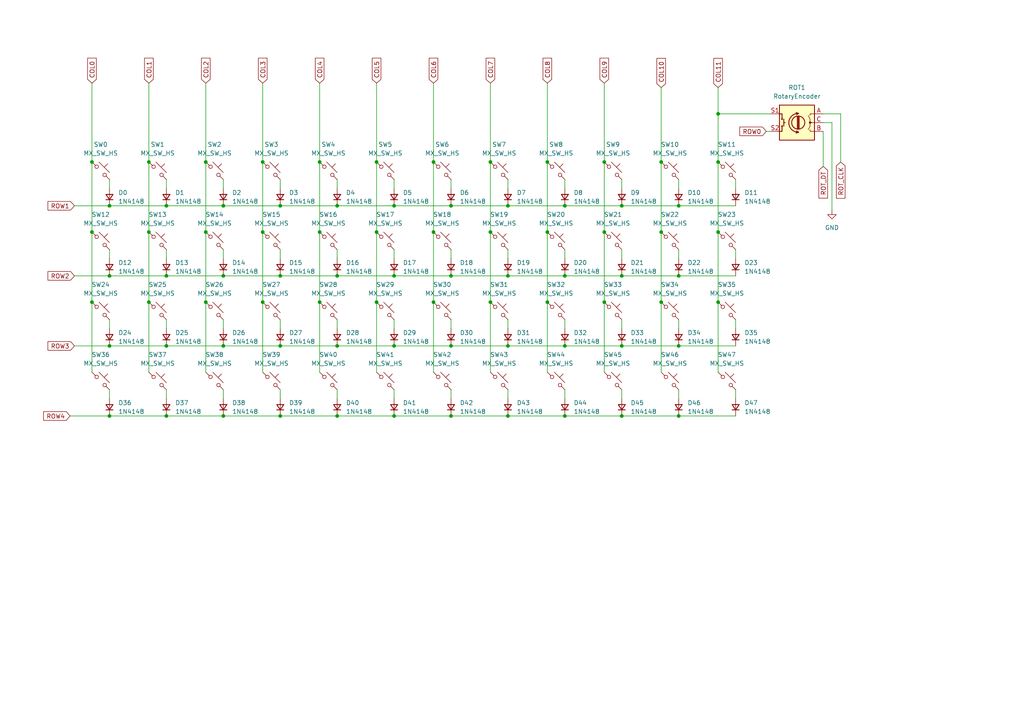
<source format=kicad_sch>
(kicad_sch (version 20211123) (generator eeschema)
  (paper "A4")
  (lib_symbols
    (symbol "Device:D_Small" (pin_numbers hide) (pin_names (offset 0.254) hide)
      (property "Reference" "D" (at -1.27 2.032 0))
      (property "Value" "D_Small" (at -3.81 -2.032 0))
      (symbol "D_Small_0_1"
        (polyline (pts (xy -0.762 -1.016) (xy -0.762 1.016)) (stroke (width 0.254)))
        (polyline (pts (xy -0.762 0) (xy 0.762 0)))
        (polyline (pts (xy 0.762 -1.016) (xy -0.762 0) (xy 0.762 1.016) (xy 0.762 -1.016)) (stroke (width 0.254)))
      )
      (symbol "D_Small_1_1"
        (pin passive line (at -2.54 0 0) (length 1.778) (name "K") (number "1"))
        (pin passive line (at 2.54 0 180) (length 1.778) (name "A") (number "2"))
      )
    )
    (symbol "Device:RotaryEncoder_Switch" (pin_names (offset 0.254) hide)
      (property "Reference" "SW" (at 0 6.604 0))
      (property "Value" "RotaryEncoder_Switch" (at 0 -6.604 0))
      (symbol "RotaryEncoder_Switch_0_1"
        (rectangle (start -5.08 5.08) (end 5.08 -5.08) (stroke (width 0.254)) (fill (type background)))
        (circle (center -3.81 0) (radius 0.254) (fill (type outline)))
        (arc (start -0.381 -2.794) (mid 2.3622 -0.0508) (end -0.381 2.667) (stroke (width 0.254)))
        (circle (center -0.381 0) (radius 1.905) (stroke (width 0.254)))
        (polyline (pts (xy -0.635 -1.778) (xy -0.635 1.778)) (stroke (width 0.254)))
        (polyline (pts (xy -0.381 -1.778) (xy -0.381 1.778)) (stroke (width 0.254)))
        (polyline (pts (xy -0.127 1.778) (xy -0.127 -1.778)) (stroke (width 0.254)))
        (polyline (pts (xy 3.81 0) (xy 3.429 0)) (stroke (width 0.254)))
        (polyline (pts (xy 3.81 1.016) (xy 3.81 -1.016)) (stroke (width 0.254)))
        (polyline (pts (xy -5.08 -2.54) (xy -3.81 -2.54) (xy -3.81 -2.032)))
        (polyline (pts (xy -5.08 2.54) (xy -3.81 2.54) (xy -3.81 2.032)))
        (polyline (pts (xy 0.254 -3.048) (xy -0.508 -2.794) (xy 0.127 -2.413)) (stroke (width 0.254)))
        (polyline (pts (xy 0.254 2.921) (xy -0.508 2.667) (xy 0.127 2.286)) (stroke (width 0.254)))
        (polyline (pts (xy 5.08 -2.54) (xy 4.318 -2.54) (xy 4.318 -1.016)) (stroke (width 0.254)))
        (polyline (pts (xy 5.08 2.54) (xy 4.318 2.54) (xy 4.318 1.016)) (stroke (width 0.254)))
        (polyline (pts (xy -5.08 0) (xy -3.81 0) (xy -3.81 -1.016) (xy -3.302 -2.032)))
        (polyline (pts (xy -4.318 0) (xy -3.81 0) (xy -3.81 1.016) (xy -3.302 2.032)))
        (circle (center 4.318 -1.016) (radius 0.127) (stroke (width 0.254)))
        (circle (center 4.318 1.016) (radius 0.127) (stroke (width 0.254)))
      )
      (symbol "RotaryEncoder_Switch_1_1"
        (pin passive line (at -7.62 2.54 0) (length 2.54) (name "A") (number "A"))
        (pin passive line (at -7.62 -2.54 0) (length 2.54) (name "B") (number "B"))
        (pin passive line (at -7.62 0 0) (length 2.54) (name "C") (number "C"))
        (pin passive line (at 7.62 2.54 180) (length 2.54) (name "S1") (number "S1"))
        (pin passive line (at 7.62 -2.54 180) (length 2.54) (name "S2") (number "S2"))
      )
    )
    (symbol "marbastlib-mx:MX_SW_HS" (pin_numbers hide) (pin_names (offset 1.016) hide)
      (property "Reference" "SW" (at 3.048 1.016 0))
      (property "Value" "MX_SW_HS" (at 0 -3.81 0))
      (symbol "MX_SW_HS_0_1"
        (circle (center -1.1684 1.1684) (radius 0.508))
        (polyline (pts (xy -0.508 2.54) (xy 2.54 -0.508)))
        (polyline (pts (xy 1.016 1.016) (xy 2.032 2.032)))
        (polyline (pts (xy -2.54 2.54) (xy -1.524 1.524) (xy -1.524 1.524)))
        (polyline (pts (xy 1.524 -1.524) (xy 2.54 -2.54) (xy 2.54 -2.54) (xy 2.54 -2.54)))
        (circle (center 1.143 -1.1938) (radius 0.508))
        (pin passive line (at -2.54 2.54 0) (length 0) (name "1") (number "1"))
        (pin passive line (at 2.54 -2.54 180) (length 0) (name "2") (number "2"))
      )
    )
    (symbol "power:GND" (power) (pin_names (offset 0))
      (property "Value" "GND" (at 0 -3.81 0))
      (symbol "GND_0_1"
        (polyline (pts (xy 0 0) (xy 0 -1.27) (xy 1.27 -1.27) (xy 0 -2.54) (xy -1.27 -1.27) (xy 0 -1.27)))
      )
      (symbol "GND_1_1"
        (pin power_in line (at 0 0 270) (length 0) hide (name "GND") (number "1"))
      )
    )
  )
  (junction (at 31.75 59.69))
  (junction (at 81.28 59.69))
  (junction (at 26.67 67.31))
  (junction (at 64.77 120.65))
  (junction (at 191.77 67.31))
  (junction (at 43.18 46.99))
  (junction (at 81.28 80.01))
  (junction (at 142.24 67.31))
  (junction (at 59.69 46.99))
  (junction (at 147.32 120.65))
  (junction (at 48.26 59.69))
  (junction (at 109.22 87.63))
  (junction (at 163.83 80.01))
  (junction (at 114.3 100.33))
  (junction (at 208.28 33.02))
  (junction (at 26.67 46.99))
  (junction (at 64.77 80.01))
  (junction (at 175.26 46.99))
  (junction (at 43.18 67.31))
  (junction (at 196.85 59.69))
  (junction (at 208.28 87.63))
  (junction (at 208.28 46.99))
  (junction (at 130.81 100.33))
  (junction (at 76.2 46.99))
  (junction (at 59.69 67.31))
  (junction (at 81.28 120.65))
  (junction (at 97.79 120.65))
  (junction (at 114.3 120.65))
  (junction (at 48.26 100.33))
  (junction (at 125.73 87.63))
  (junction (at 43.18 87.63))
  (junction (at 180.34 100.33))
  (junction (at 147.32 59.69))
  (junction (at 125.73 67.31))
  (junction (at 180.34 59.69))
  (junction (at 97.79 80.01))
  (junction (at 81.28 100.33))
  (junction (at 191.77 87.63))
  (junction (at 147.32 80.01))
  (junction (at 26.67 87.63))
  (junction (at 31.75 100.33))
  (junction (at 191.77 46.99))
  (junction (at 92.71 67.31))
  (junction (at 125.73 46.99))
  (junction (at 48.26 80.01))
  (junction (at 76.2 67.31))
  (junction (at 130.81 59.69))
  (junction (at 31.75 120.65))
  (junction (at 163.83 59.69))
  (junction (at 196.85 80.01))
  (junction (at 158.75 46.99))
  (junction (at 92.71 87.63))
  (junction (at 158.75 87.63))
  (junction (at 180.34 120.65))
  (junction (at 59.69 87.63))
  (junction (at 31.75 80.01))
  (junction (at 97.79 59.69))
  (junction (at 109.22 67.31))
  (junction (at 114.3 80.01))
  (junction (at 92.71 46.99))
  (junction (at 158.75 67.31))
  (junction (at 196.85 100.33))
  (junction (at 147.32 100.33))
  (junction (at 163.83 100.33))
  (junction (at 175.26 67.31))
  (junction (at 180.34 80.01))
  (junction (at 175.26 87.63))
  (junction (at 48.26 120.65))
  (junction (at 97.79 100.33))
  (junction (at 114.3 59.69))
  (junction (at 64.77 59.69))
  (junction (at 109.22 46.99))
  (junction (at 130.81 120.65))
  (junction (at 196.85 120.65))
  (junction (at 76.2 87.63))
  (junction (at 130.81 80.01))
  (junction (at 163.83 120.65))
  (junction (at 208.28 67.31))
  (junction (at 142.24 87.63))
  (junction (at 142.24 46.99))
  (junction (at 64.77 100.33))
  (wire (pts (xy 59.69 46.99) (xy 59.69 67.31)))
  (wire (pts (xy 81.28 92.71) (xy 81.28 95.25)))
  (wire (pts (xy 208.28 33.02) (xy 208.28 46.99)))
  (wire (pts (xy 59.69 24.13) (xy 59.69 46.99)))
  (wire (pts (xy 238.76 38.1) (xy 238.76 48.26)))
  (wire (pts (xy 175.26 87.63) (xy 175.26 107.95)))
  (wire (pts (xy 158.75 46.99) (xy 158.75 67.31)))
  (wire (pts (xy 114.3 80.01) (xy 130.81 80.01)))
  (wire (pts (xy 64.77 92.71) (xy 64.77 95.25)))
  (wire (pts (xy 147.32 72.39) (xy 147.32 74.93)))
  (wire (pts (xy 114.3 113.03) (xy 114.3 115.57)))
  (wire (pts (xy 142.24 87.63) (xy 142.24 107.95)))
  (wire (pts (xy 208.28 25.4) (xy 208.28 33.02)))
  (wire (pts (xy 64.77 72.39) (xy 64.77 74.93)))
  (wire (pts (xy 97.79 80.01) (xy 114.3 80.01)))
  (wire (pts (xy 147.32 120.65) (xy 163.83 120.65)))
  (wire (pts (xy 241.3 60.96) (xy 241.3 35.56)))
  (wire (pts (xy 21.59 100.33) (xy 31.75 100.33)))
  (wire (pts (xy 114.3 52.07) (xy 114.3 54.61)))
  (wire (pts (xy 59.69 67.31) (xy 59.69 87.63)))
  (wire (pts (xy 20.32 120.65) (xy 31.75 120.65)))
  (wire (pts (xy 59.69 87.63) (xy 59.69 107.95)))
  (wire (pts (xy 163.83 120.65) (xy 180.34 120.65)))
  (wire (pts (xy 142.24 67.31) (xy 142.24 87.63)))
  (wire (pts (xy 158.75 67.31) (xy 158.75 87.63)))
  (wire (pts (xy 26.67 87.63) (xy 26.67 107.95)))
  (wire (pts (xy 196.85 59.69) (xy 213.36 59.69)))
  (wire (pts (xy 48.26 72.39) (xy 48.26 74.93)))
  (wire (pts (xy 163.83 80.01) (xy 180.34 80.01)))
  (wire (pts (xy 213.36 52.07) (xy 213.36 54.61)))
  (wire (pts (xy 125.73 67.31) (xy 125.73 87.63)))
  (wire (pts (xy 92.71 24.13) (xy 92.71 46.99)))
  (wire (pts (xy 147.32 80.01) (xy 163.83 80.01)))
  (wire (pts (xy 147.32 100.33) (xy 163.83 100.33)))
  (wire (pts (xy 97.79 92.71) (xy 97.79 95.25)))
  (wire (pts (xy 180.34 92.71) (xy 180.34 95.25)))
  (wire (pts (xy 31.75 113.03) (xy 31.75 115.57)))
  (wire (pts (xy 114.3 72.39) (xy 114.3 74.93)))
  (wire (pts (xy 81.28 80.01) (xy 97.79 80.01)))
  (wire (pts (xy 48.26 113.03) (xy 48.26 115.57)))
  (wire (pts (xy 175.26 67.31) (xy 175.26 87.63)))
  (wire (pts (xy 92.71 46.99) (xy 92.71 67.31)))
  (wire (pts (xy 243.84 33.02) (xy 243.84 46.99)))
  (wire (pts (xy 213.36 72.39) (xy 213.36 74.93)))
  (wire (pts (xy 97.79 120.65) (xy 114.3 120.65)))
  (wire (pts (xy 222.25 38.1) (xy 223.52 38.1)))
  (wire (pts (xy 21.59 80.01) (xy 31.75 80.01)))
  (wire (pts (xy 125.73 87.63) (xy 125.73 107.95)))
  (wire (pts (xy 97.79 100.33) (xy 114.3 100.33)))
  (wire (pts (xy 213.36 92.71) (xy 213.36 95.25)))
  (wire (pts (xy 196.85 120.65) (xy 213.36 120.65)))
  (wire (pts (xy 97.79 72.39) (xy 97.79 74.93)))
  (wire (pts (xy 130.81 59.69) (xy 147.32 59.69)))
  (wire (pts (xy 196.85 100.33) (xy 213.36 100.33)))
  (wire (pts (xy 31.75 72.39) (xy 31.75 74.93)))
  (wire (pts (xy 109.22 46.99) (xy 109.22 67.31)))
  (wire (pts (xy 163.83 72.39) (xy 163.83 74.93)))
  (wire (pts (xy 26.67 24.13) (xy 26.67 46.99)))
  (wire (pts (xy 76.2 67.31) (xy 76.2 87.63)))
  (wire (pts (xy 97.79 59.69) (xy 114.3 59.69)))
  (wire (pts (xy 31.75 52.07) (xy 31.75 54.61)))
  (wire (pts (xy 142.24 46.99) (xy 142.24 67.31)))
  (wire (pts (xy 163.83 113.03) (xy 163.83 115.57)))
  (wire (pts (xy 208.28 67.31) (xy 208.28 87.63)))
  (wire (pts (xy 109.22 87.63) (xy 109.22 107.95)))
  (wire (pts (xy 158.75 24.13) (xy 158.75 46.99)))
  (wire (pts (xy 180.34 72.39) (xy 180.34 74.93)))
  (wire (pts (xy 175.26 46.99) (xy 175.26 67.31)))
  (wire (pts (xy 241.3 35.56) (xy 238.76 35.56)))
  (wire (pts (xy 125.73 24.13) (xy 125.73 46.99)))
  (wire (pts (xy 196.85 80.01) (xy 213.36 80.01)))
  (wire (pts (xy 43.18 24.13) (xy 43.18 46.99)))
  (wire (pts (xy 191.77 87.63) (xy 191.77 107.95)))
  (wire (pts (xy 64.77 120.65) (xy 81.28 120.65)))
  (wire (pts (xy 196.85 92.71) (xy 196.85 95.25)))
  (wire (pts (xy 147.32 59.69) (xy 163.83 59.69)))
  (wire (pts (xy 163.83 92.71) (xy 163.83 95.25)))
  (wire (pts (xy 26.67 67.31) (xy 26.67 87.63)))
  (wire (pts (xy 114.3 59.69) (xy 130.81 59.69)))
  (wire (pts (xy 31.75 80.01) (xy 48.26 80.01)))
  (wire (pts (xy 43.18 46.99) (xy 43.18 67.31)))
  (wire (pts (xy 180.34 113.03) (xy 180.34 115.57)))
  (wire (pts (xy 31.75 120.65) (xy 48.26 120.65)))
  (wire (pts (xy 64.77 100.33) (xy 81.28 100.33)))
  (wire (pts (xy 48.26 52.07) (xy 48.26 54.61)))
  (wire (pts (xy 191.77 46.99) (xy 191.77 67.31)))
  (wire (pts (xy 147.32 92.71) (xy 147.32 95.25)))
  (wire (pts (xy 81.28 113.03) (xy 81.28 115.57)))
  (wire (pts (xy 180.34 120.65) (xy 196.85 120.65)))
  (wire (pts (xy 64.77 113.03) (xy 64.77 115.57)))
  (wire (pts (xy 114.3 100.33) (xy 130.81 100.33)))
  (wire (pts (xy 21.59 59.69) (xy 31.75 59.69)))
  (wire (pts (xy 147.32 52.07) (xy 147.32 54.61)))
  (wire (pts (xy 208.28 46.99) (xy 208.28 67.31)))
  (wire (pts (xy 76.2 46.99) (xy 76.2 67.31)))
  (wire (pts (xy 48.26 80.01) (xy 64.77 80.01)))
  (wire (pts (xy 81.28 120.65) (xy 97.79 120.65)))
  (wire (pts (xy 48.26 59.69) (xy 64.77 59.69)))
  (wire (pts (xy 180.34 52.07) (xy 180.34 54.61)))
  (wire (pts (xy 163.83 52.07) (xy 163.83 54.61)))
  (wire (pts (xy 64.77 52.07) (xy 64.77 54.61)))
  (wire (pts (xy 26.67 46.99) (xy 26.67 67.31)))
  (wire (pts (xy 97.79 113.03) (xy 97.79 115.57)))
  (wire (pts (xy 130.81 72.39) (xy 130.81 74.93)))
  (wire (pts (xy 180.34 59.69) (xy 196.85 59.69)))
  (wire (pts (xy 92.71 87.63) (xy 92.71 107.95)))
  (wire (pts (xy 213.36 113.03) (xy 213.36 115.57)))
  (wire (pts (xy 130.81 113.03) (xy 130.81 115.57)))
  (wire (pts (xy 125.73 46.99) (xy 125.73 67.31)))
  (wire (pts (xy 163.83 59.69) (xy 180.34 59.69)))
  (wire (pts (xy 97.79 52.07) (xy 97.79 54.61)))
  (wire (pts (xy 196.85 113.03) (xy 196.85 115.57)))
  (wire (pts (xy 109.22 24.13) (xy 109.22 46.99)))
  (wire (pts (xy 130.81 100.33) (xy 147.32 100.33)))
  (wire (pts (xy 130.81 52.07) (xy 130.81 54.61)))
  (wire (pts (xy 48.26 92.71) (xy 48.26 95.25)))
  (wire (pts (xy 180.34 80.01) (xy 196.85 80.01)))
  (wire (pts (xy 158.75 87.63) (xy 158.75 107.95)))
  (wire (pts (xy 180.34 100.33) (xy 196.85 100.33)))
  (wire (pts (xy 191.77 25.4) (xy 191.77 46.99)))
  (wire (pts (xy 142.24 24.13) (xy 142.24 46.99)))
  (wire (pts (xy 208.28 87.63) (xy 208.28 107.95)))
  (wire (pts (xy 64.77 59.69) (xy 81.28 59.69)))
  (wire (pts (xy 81.28 100.33) (xy 97.79 100.33)))
  (wire (pts (xy 48.26 100.33) (xy 64.77 100.33)))
  (wire (pts (xy 130.81 80.01) (xy 147.32 80.01)))
  (wire (pts (xy 163.83 100.33) (xy 180.34 100.33)))
  (wire (pts (xy 31.75 92.71) (xy 31.75 95.25)))
  (wire (pts (xy 114.3 120.65) (xy 130.81 120.65)))
  (wire (pts (xy 81.28 52.07) (xy 81.28 54.61)))
  (wire (pts (xy 64.77 80.01) (xy 81.28 80.01)))
  (wire (pts (xy 196.85 52.07) (xy 196.85 54.61)))
  (wire (pts (xy 43.18 87.63) (xy 43.18 107.95)))
  (wire (pts (xy 130.81 120.65) (xy 147.32 120.65)))
  (wire (pts (xy 31.75 100.33) (xy 48.26 100.33)))
  (wire (pts (xy 81.28 72.39) (xy 81.28 74.93)))
  (wire (pts (xy 92.71 67.31) (xy 92.71 87.63)))
  (wire (pts (xy 76.2 87.63) (xy 76.2 107.95)))
  (wire (pts (xy 208.28 33.02) (xy 223.52 33.02)))
  (wire (pts (xy 43.18 67.31) (xy 43.18 87.63)))
  (wire (pts (xy 76.2 24.13) (xy 76.2 46.99)))
  (wire (pts (xy 238.76 33.02) (xy 243.84 33.02)))
  (wire (pts (xy 109.22 67.31) (xy 109.22 87.63)))
  (wire (pts (xy 31.75 59.69) (xy 48.26 59.69)))
  (wire (pts (xy 48.26 120.65) (xy 64.77 120.65)))
  (wire (pts (xy 196.85 72.39) (xy 196.85 74.93)))
  (wire (pts (xy 147.32 113.03) (xy 147.32 115.57)))
  (wire (pts (xy 130.81 92.71) (xy 130.81 95.25)))
  (wire (pts (xy 81.28 59.69) (xy 97.79 59.69)))
  (wire (pts (xy 114.3 92.71) (xy 114.3 95.25)))
  (wire (pts (xy 191.77 67.31) (xy 191.77 87.63)))
  (wire (pts (xy 175.26 24.13) (xy 175.26 46.99)))
  (global_label "COL10" (shape input) (at 191.77 25.4 90) (property "Intersheet References" "${INTERSHEET_REFS}" (effects hide)))
  (global_label "ROW1" (shape input) (at 21.59 59.69 180) (property "Intersheet References" "${INTERSHEET_REFS}" (effects hide)))
  (global_label "ROT_DT" (shape input) (at 238.76 48.26 270) (property "Intersheet References" "${INTERSHEET_REFS}" (effects hide)))
  (global_label "COL4" (shape input) (at 92.71 24.13 90) (property "Intersheet References" "${INTERSHEET_REFS}" (effects hide)))
  (global_label "COL7" (shape input) (at 142.24 24.13 90) (property "Intersheet References" "${INTERSHEET_REFS}" (effects hide)))
  (global_label "COL1" (shape input) (at 43.18 24.13 90) (property "Intersheet References" "${INTERSHEET_REFS}" (effects hide)))
  (global_label "COL11" (shape input) (at 208.28 25.4 90) (property "Intersheet References" "${INTERSHEET_REFS}" (effects hide)))
  (global_label "COL0" (shape input) (at 26.67 24.13 90) (property "Intersheet References" "${INTERSHEET_REFS}" (effects hide)))
  (global_label "ROT_CLK" (shape input) (at 243.84 46.99 270) (property "Intersheet References" "${INTERSHEET_REFS}" (effects hide)))
  (global_label "COL8" (shape input) (at 158.75 24.13 90) (property "Intersheet References" "${INTERSHEET_REFS}" (effects hide)))
  (global_label "COL3" (shape input) (at 76.2 24.13 90) (property "Intersheet References" "${INTERSHEET_REFS}" (effects hide)))
  (global_label "ROW0" (shape input) (at 222.25 38.1 180) (property "Intersheet References" "${INTERSHEET_REFS}" (effects hide)))
  (global_label "ROW4" (shape input) (at 20.32 120.65 180) (property "Intersheet References" "${INTERSHEET_REFS}" (effects hide)))
  (global_label "COL6" (shape input) (at 125.73 24.13 90) (property "Intersheet References" "${INTERSHEET_REFS}" (effects hide)))
  (global_label "COL5" (shape input) (at 109.22 24.13 90) (property "Intersheet References" "${INTERSHEET_REFS}" (effects hide)))
  (global_label "COL9" (shape input) (at 175.26 24.13 90) (property "Intersheet References" "${INTERSHEET_REFS}" (effects hide)))
  (global_label "ROW3" (shape input) (at 21.59 100.33 180) (property "Intersheet References" "${INTERSHEET_REFS}" (effects hide)))
  (global_label "COL2" (shape input) (at 59.69 24.13 90) (property "Intersheet References" "${INTERSHEET_REFS}" (effects hide)))
  (global_label "ROW2" (shape input) (at 21.59 80.01 180) (property "Intersheet References" "${INTERSHEET_REFS}" (effects hide)))
  (symbol (lib_id "Device:D_Small") (at 213.36 97.79 90) (unit 1)
    (property "Reference" "D35" (at 215.9 96.5199 90) (effects (justify right)))
    (property "Value" "1N4148" (at 215.9 99.0599 90) (effects (justify right)))
    (property "Footprint" "Diode_THT:D_DO-35_SOD27_P7.62mm_Horizontal" (effects hide))
  )
  (symbol (lib_id "Device:D_Small") (at 163.83 97.79 90) (unit 1)
    (property "Reference" "D32" (at 166.37 96.5199 90) (effects (justify right)))
    (property "Value" "1N4148" (at 166.37 99.0599 90) (effects (justify right)))
    (property "Footprint" "Diode_THT:D_DO-35_SOD27_P7.62mm_Horizontal" (effects hide))
  )
  (symbol (lib_id "Device:D_Small") (at 31.75 97.79 90) (unit 1)
    (property "Reference" "D24" (at 34.29 96.5199 90) (effects (justify right)))
    (property "Value" "1N4148" (at 34.29 99.0599 90) (effects (justify right)))
    (property "Footprint" "Diode_THT:D_DO-35_SOD27_P7.62mm_Horizontal" (effects hide))
  )
  (symbol (lib_id "Device:D_Small") (at 97.79 97.79 90) (unit 1)
    (property "Reference" "D28" (at 100.33 96.5199 90) (effects (justify right)))
    (property "Value" "1N4148" (at 100.33 99.0599 90) (effects (justify right)))
    (property "Footprint" "Diode_THT:D_DO-35_SOD27_P7.62mm_Horizontal" (effects hide))
  )
  (symbol (lib_id "Device:D_Small") (at 180.34 118.11 90) (unit 1)
    (property "Reference" "D45" (at 182.88 116.8399 90) (effects (justify right)))
    (property "Value" "1N4148" (at 182.88 119.3799 90) (effects (justify right)))
    (property "Footprint" "Diode_THT:D_DO-35_SOD27_P7.62mm_Horizontal" (effects hide))
  )
  (symbol (lib_id "marbastlib-mx:MX_SW_HS") (at 161.29 110.49 0) (unit 1)
    (property "Reference" "SW44" (at 161.29 102.87 0))
    (property "Value" "MX_SW_HS" (at 161.29 105.41 0))
    (property "Footprint" "marbastlib-mx:SW_MX_HS_1u" (effects hide))
  )
  (symbol (lib_id "Device:D_Small") (at 81.28 57.15 90) (unit 1)
    (property "Reference" "D3" (at 83.82 55.8799 90) (effects (justify right)))
    (property "Value" "1N4148" (at 83.82 58.4199 90) (effects (justify right)))
    (property "Footprint" "Diode_THT:D_DO-35_SOD27_P7.62mm_Horizontal" (effects hide))
  )
  (symbol (lib_id "marbastlib-mx:MX_SW_HS") (at 95.25 69.85 0) (unit 1)
    (property "Reference" "SW16" (at 95.25 62.23 0))
    (property "Value" "MX_SW_HS" (at 95.25 64.77 0))
    (property "Footprint" "marbastlib-mx:SW_MX_HS_1u" (effects hide))
  )
  (symbol (lib_id "marbastlib-mx:MX_SW_HS") (at 177.8 69.85 0) (unit 1)
    (property "Reference" "SW21" (at 177.8 62.23 0))
    (property "Value" "MX_SW_HS" (at 177.8 64.77 0))
    (property "Footprint" "marbastlib-mx:SW_MX_HS_1u" (effects hide))
  )
  (symbol (lib_id "marbastlib-mx:MX_SW_HS") (at 45.72 110.49 0) (unit 1)
    (property "Reference" "SW37" (at 45.72 102.87 0))
    (property "Value" "MX_SW_HS" (at 45.72 105.41 0))
    (property "Footprint" "marbastlib-mx:SW_MX_HS_1u" (effects hide))
  )
  (symbol (lib_id "Device:D_Small") (at 196.85 118.11 90) (unit 1)
    (property "Reference" "D46" (at 199.39 116.8399 90) (effects (justify right)))
    (property "Value" "1N4148" (at 199.39 119.3799 90) (effects (justify right)))
    (property "Footprint" "Diode_THT:D_DO-35_SOD27_P7.62mm_Horizontal" (effects hide))
  )
  (symbol (lib_id "marbastlib-mx:MX_SW_HS") (at 194.31 110.49 0) (unit 1)
    (property "Reference" "SW46" (at 194.31 102.87 0))
    (property "Value" "MX_SW_HS" (at 194.31 105.41 0))
    (property "Footprint" "marbastlib-mx:SW_MX_HS_1u" (effects hide))
  )
  (symbol (lib_id "Device:D_Small") (at 64.77 97.79 90) (unit 1)
    (property "Reference" "D26" (at 67.31 96.5199 90) (effects (justify right)))
    (property "Value" "1N4148" (at 67.31 99.0599 90) (effects (justify right)))
    (property "Footprint" "Diode_THT:D_DO-35_SOD27_P7.62mm_Horizontal" (effects hide))
  )
  (symbol (lib_id "Device:D_Small") (at 163.83 57.15 90) (unit 1)
    (property "Reference" "D8" (at 166.37 55.8799 90) (effects (justify right)))
    (property "Value" "1N4148" (at 166.37 58.4199 90) (effects (justify right)))
    (property "Footprint" "Diode_THT:D_DO-35_SOD27_P7.62mm_Horizontal" (effects hide))
  )
  (symbol (lib_id "marbastlib-mx:MX_SW_HS") (at 78.74 90.17 0) (unit 1)
    (property "Reference" "SW27" (at 78.74 82.55 0))
    (property "Value" "MX_SW_HS" (at 78.74 85.09 0))
    (property "Footprint" "marbastlib-mx:SW_MX_HS_1u" (effects hide))
  )
  (symbol (lib_id "marbastlib-mx:MX_SW_HS") (at 210.82 90.17 0) (unit 1)
    (property "Reference" "SW35" (at 210.82 82.55 0))
    (property "Value" "MX_SW_HS" (at 210.82 85.09 0))
    (property "Footprint" "marbastlib-mx:SW_MX_HS_1u" (effects hide))
  )
  (symbol (lib_id "Device:D_Small") (at 48.26 57.15 90) (unit 1)
    (property "Reference" "D1" (at 50.8 55.8799 90) (effects (justify right)))
    (property "Value" "1N4148" (at 50.8 58.4199 90) (effects (justify right)))
    (property "Footprint" "Diode_THT:D_DO-35_SOD27_P7.62mm_Horizontal" (effects hide))
  )
  (symbol (lib_id "Device:D_Small") (at 130.81 118.11 90) (unit 1)
    (property "Reference" "D42" (at 133.35 116.8399 90) (effects (justify right)))
    (property "Value" "1N4148" (at 133.35 119.3799 90) (effects (justify right)))
    (property "Footprint" "Diode_THT:D_DO-35_SOD27_P7.62mm_Horizontal" (effects hide))
  )
  (symbol (lib_id "Device:D_Small") (at 64.77 57.15 90) (unit 1)
    (property "Reference" "D2" (at 67.31 55.8799 90) (effects (justify right)))
    (property "Value" "1N4148" (at 67.31 58.4199 90) (effects (justify right)))
    (property "Footprint" "Diode_THT:D_DO-35_SOD27_P7.62mm_Horizontal" (effects hide))
  )
  (symbol (lib_id "Device:D_Small") (at 130.81 77.47 90) (unit 1)
    (property "Reference" "D18" (at 133.35 76.1999 90) (effects (justify right)))
    (property "Value" "1N4148" (at 133.35 78.7399 90) (effects (justify right)))
    (property "Footprint" "Diode_THT:D_DO-35_SOD27_P7.62mm_Horizontal" (effects hide))
  )
  (symbol (lib_id "marbastlib-mx:MX_SW_HS") (at 194.31 69.85 0) (unit 1)
    (property "Reference" "SW22" (at 194.31 62.23 0))
    (property "Value" "MX_SW_HS" (at 194.31 64.77 0))
    (property "Footprint" "marbastlib-mx:SW_MX_HS_1u" (effects hide))
  )
  (symbol (lib_id "Device:D_Small") (at 64.77 77.47 90) (unit 1)
    (property "Reference" "D14" (at 67.31 76.1999 90) (effects (justify right)))
    (property "Value" "1N4148" (at 67.31 78.7399 90) (effects (justify right)))
    (property "Footprint" "Diode_THT:D_DO-35_SOD27_P7.62mm_Horizontal" (effects hide))
  )
  (symbol (lib_id "Device:D_Small") (at 147.32 97.79 90) (unit 1)
    (property "Reference" "D31" (at 149.86 96.5199 90) (effects (justify right)))
    (property "Value" "1N4148" (at 149.86 99.0599 90) (effects (justify right)))
    (property "Footprint" "Diode_THT:D_DO-35_SOD27_P7.62mm_Horizontal" (effects hide))
  )
  (symbol (lib_id "Device:D_Small") (at 163.83 118.11 90) (unit 1)
    (property "Reference" "D44" (at 166.37 116.8399 90) (effects (justify right)))
    (property "Value" "1N4148" (at 166.37 119.3799 90) (effects (justify right)))
    (property "Footprint" "Diode_THT:D_DO-35_SOD27_P7.62mm_Horizontal" (effects hide))
  )
  (symbol (lib_id "Device:D_Small") (at 64.77 118.11 90) (unit 1)
    (property "Reference" "D38" (at 67.31 116.8399 90) (effects (justify right)))
    (property "Value" "1N4148" (at 67.31 119.3799 90) (effects (justify right)))
    (property "Footprint" "Diode_THT:D_DO-35_SOD27_P7.62mm_Horizontal" (effects hide))
  )
  (symbol (lib_id "Device:D_Small") (at 114.3 97.79 90) (unit 1)
    (property "Reference" "D29" (at 116.84 96.5199 90) (effects (justify right)))
    (property "Value" "1N4148" (at 116.84 99.0599 90) (effects (justify right)))
    (property "Footprint" "Diode_THT:D_DO-35_SOD27_P7.62mm_Horizontal" (effects hide))
  )
  (symbol (lib_id "Device:D_Small") (at 213.36 57.15 90) (unit 1)
    (property "Reference" "D11" (at 215.9 55.8799 90) (effects (justify right)))
    (property "Value" "1N4148" (at 215.9 58.4199 90) (effects (justify right)))
    (property "Footprint" "Diode_THT:D_DO-35_SOD27_P7.62mm_Horizontal" (effects hide))
  )
  (symbol (lib_id "Device:D_Small") (at 81.28 97.79 90) (unit 1)
    (property "Reference" "D27" (at 83.82 96.5199 90) (effects (justify right)))
    (property "Value" "1N4148" (at 83.82 99.0599 90) (effects (justify right)))
    (property "Footprint" "Diode_THT:D_DO-35_SOD27_P7.62mm_Horizontal" (effects hide))
  )
  (symbol (lib_id "Device:D_Small") (at 196.85 57.15 90) (unit 1)
    (property "Reference" "D10" (at 199.39 55.8799 90) (effects (justify right)))
    (property "Value" "1N4148" (at 199.39 58.4199 90) (effects (justify right)))
    (property "Footprint" "Diode_THT:D_DO-35_SOD27_P7.62mm_Horizontal" (effects hide))
  )
  (symbol (lib_id "Device:D_Small") (at 31.75 57.15 90) (unit 1)
    (property "Reference" "D0" (at 34.29 55.8799 90) (effects (justify right)))
    (property "Value" "1N4148" (at 34.29 58.4199 90) (effects (justify right)))
    (property "Footprint" "Diode_THT:D_DO-35_SOD27_P7.62mm_Horizontal" (effects hide))
  )
  (symbol (lib_id "Device:D_Small") (at 130.81 57.15 90) (unit 1)
    (property "Reference" "D6" (at 133.35 55.8799 90) (effects (justify right)))
    (property "Value" "1N4148" (at 133.35 58.4199 90) (effects (justify right)))
    (property "Footprint" "Diode_THT:D_DO-35_SOD27_P7.62mm_Horizontal" (effects hide))
  )
  (symbol (lib_id "marbastlib-mx:MX_SW_HS") (at 95.25 90.17 0) (unit 1)
    (property "Reference" "SW28" (at 95.25 82.55 0))
    (property "Value" "MX_SW_HS" (at 95.25 85.09 0))
    (property "Footprint" "marbastlib-mx:SW_MX_HS_1u" (effects hide))
  )
  (symbol (lib_id "marbastlib-mx:MX_SW_HS") (at 62.23 90.17 0) (unit 1)
    (property "Reference" "SW26" (at 62.23 82.55 0))
    (property "Value" "MX_SW_HS" (at 62.23 85.09 0))
    (property "Footprint" "marbastlib-mx:SW_MX_HS_1u" (effects hide))
  )
  (symbol (lib_id "Device:RotaryEncoder_Switch") (at 231.14 35.56 0) (mirror y) (unit 1)
    (property "Reference" "ROT1" (at 231.14 25.4 0))
    (property "Value" "RotaryEncoder" (at 231.14 27.94 0))
    (property "Footprint" "Rotary_Encoder:RotaryEncoder_Alps_EC11E-Switch_Vertical_H20mm" (effects hide))
  )
  (symbol (lib_id "marbastlib-mx:MX_SW_HS") (at 144.78 69.85 0) (unit 1)
    (property "Reference" "SW19" (at 144.78 62.23 0))
    (property "Value" "MX_SW_HS" (at 144.78 64.77 0))
    (property "Footprint" "marbastlib-mx:SW_MX_HS_1u" (effects hide))
  )
  (symbol (lib_id "marbastlib-mx:MX_SW_HS") (at 95.25 110.49 0) (unit 1)
    (property "Reference" "SW40" (at 95.25 102.87 0))
    (property "Value" "MX_SW_HS" (at 95.25 105.41 0))
    (property "Footprint" "marbastlib-mx:SW_MX_HS_1u" (effects hide))
  )
  (symbol (lib_id "marbastlib-mx:MX_SW_HS") (at 78.74 49.53 0) (unit 1)
    (property "Reference" "SW3" (at 78.74 41.91 0))
    (property "Value" "MX_SW_HS" (at 78.74 44.45 0))
    (property "Footprint" "marbastlib-mx:SW_MX_HS_1u" (effects hide))
  )
  (symbol (lib_id "Device:D_Small") (at 180.34 97.79 90) (unit 1)
    (property "Reference" "D33" (at 182.88 96.5199 90) (effects (justify right)))
    (property "Value" "1N4148" (at 182.88 99.0599 90) (effects (justify right)))
    (property "Footprint" "Diode_THT:D_DO-35_SOD27_P7.62mm_Horizontal" (effects hide))
  )
  (symbol (lib_id "Device:D_Small") (at 114.3 77.47 90) (unit 1)
    (property "Reference" "D17" (at 116.84 76.1999 90) (effects (justify right)))
    (property "Value" "1N4148" (at 116.84 78.7399 90) (effects (justify right)))
    (property "Footprint" "Diode_THT:D_DO-35_SOD27_P7.62mm_Horizontal" (effects hide))
  )
  (symbol (lib_id "Device:D_Small") (at 97.79 57.15 90) (unit 1)
    (property "Reference" "D4" (at 100.33 55.8799 90) (effects (justify right)))
    (property "Value" "1N4148" (at 100.33 58.4199 90) (effects (justify right)))
    (property "Footprint" "Diode_THT:D_DO-35_SOD27_P7.62mm_Horizontal" (effects hide))
  )
  (symbol (lib_id "marbastlib-mx:MX_SW_HS") (at 45.72 90.17 0) (unit 1)
    (property "Reference" "SW25" (at 45.72 82.55 0))
    (property "Value" "MX_SW_HS" (at 45.72 85.09 0))
    (property "Footprint" "marbastlib-mx:SW_MX_HS_1u" (effects hide))
  )
  (symbol (lib_id "Device:D_Small") (at 48.26 118.11 90) (unit 1)
    (property "Reference" "D37" (at 50.8 116.8399 90) (effects (justify right)))
    (property "Value" "1N4148" (at 50.8 119.3799 90) (effects (justify right)))
    (property "Footprint" "Diode_THT:D_DO-35_SOD27_P7.62mm_Horizontal" (effects hide))
  )
  (symbol (lib_id "power:GND") (at 241.3 60.96 0) (unit 1)
    (property "Reference" "#PWR0112" (effects hide))
    (property "Value" "GND" (at 241.3 66.04 0))
  )
  (symbol (lib_id "Device:D_Small") (at 213.36 118.11 90) (unit 1)
    (property "Reference" "D47" (at 215.9 116.8399 90) (effects (justify right)))
    (property "Value" "1N4148" (at 215.9 119.3799 90) (effects (justify right)))
    (property "Footprint" "Diode_THT:D_DO-35_SOD27_P7.62mm_Horizontal" (effects hide))
  )
  (symbol (lib_id "Device:D_Small") (at 196.85 97.79 90) (unit 1)
    (property "Reference" "D34" (at 199.39 96.5199 90) (effects (justify right)))
    (property "Value" "1N4148" (at 199.39 99.0599 90) (effects (justify right)))
    (property "Footprint" "Diode_THT:D_DO-35_SOD27_P7.62mm_Horizontal" (effects hide))
  )
  (symbol (lib_id "marbastlib-mx:MX_SW_HS") (at 78.74 69.85 0) (unit 1)
    (property "Reference" "SW15" (at 78.74 62.23 0))
    (property "Value" "MX_SW_HS" (at 78.74 64.77 0))
    (property "Footprint" "marbastlib-mx:SW_MX_HS_1u" (effects hide))
  )
  (symbol (lib_id "marbastlib-mx:MX_SW_HS") (at 29.21 69.85 0) (unit 1)
    (property "Reference" "SW12" (at 29.21 62.23 0))
    (property "Value" "MX_SW_HS" (at 29.21 64.77 0))
    (property "Footprint" "marbastlib-mx:SW_MX_HS_1u" (effects hide))
  )
  (symbol (lib_id "Device:D_Small") (at 48.26 77.47 90) (unit 1)
    (property "Reference" "D13" (at 50.8 76.1999 90) (effects (justify right)))
    (property "Value" "1N4148" (at 50.8 78.7399 90) (effects (justify right)))
    (property "Footprint" "Diode_THT:D_DO-35_SOD27_P7.62mm_Horizontal" (effects hide))
  )
  (symbol (lib_id "Device:D_Small") (at 31.75 77.47 90) (unit 1)
    (property "Reference" "D12" (at 34.29 76.1999 90) (effects (justify right)))
    (property "Value" "1N4148" (at 34.29 78.7399 90) (effects (justify right)))
    (property "Footprint" "Diode_THT:D_DO-35_SOD27_P7.62mm_Horizontal" (effects hide))
  )
  (symbol (lib_id "Device:D_Small") (at 180.34 57.15 90) (unit 1)
    (property "Reference" "D9" (at 182.88 55.8799 90) (effects (justify right)))
    (property "Value" "1N4148" (at 182.88 58.4199 90) (effects (justify right)))
    (property "Footprint" "Diode_THT:D_DO-35_SOD27_P7.62mm_Horizontal" (effects hide))
  )
  (symbol (lib_id "marbastlib-mx:MX_SW_HS") (at 144.78 49.53 0) (unit 1)
    (property "Reference" "SW7" (at 144.78 41.91 0))
    (property "Value" "MX_SW_HS" (at 144.78 44.45 0))
    (property "Footprint" "marbastlib-mx:SW_MX_HS_1u" (effects hide))
  )
  (symbol (lib_id "marbastlib-mx:MX_SW_HS") (at 29.21 90.17 0) (unit 1)
    (property "Reference" "SW24" (at 29.21 82.55 0))
    (property "Value" "MX_SW_HS" (at 29.21 85.09 0))
    (property "Footprint" "marbastlib-mx:SW_MX_HS_1u" (effects hide))
  )
  (symbol (lib_id "marbastlib-mx:MX_SW_HS") (at 177.8 110.49 0) (unit 1)
    (property "Reference" "SW45" (at 177.8 102.87 0))
    (property "Value" "MX_SW_HS" (at 177.8 105.41 0))
    (property "Footprint" "marbastlib-mx:SW_MX_HS_1u" (effects hide))
  )
  (symbol (lib_id "marbastlib-mx:MX_SW_HS") (at 210.82 49.53 0) (unit 1)
    (property "Reference" "SW11" (at 210.82 41.91 0))
    (property "Value" "MX_SW_HS" (at 210.82 44.45 0))
    (property "Footprint" "marbastlib-mx:SW_MX_HS_1u" (effects hide))
  )
  (symbol (lib_id "marbastlib-mx:MX_SW_HS") (at 111.76 90.17 0) (unit 1)
    (property "Reference" "SW29" (at 111.76 82.55 0))
    (property "Value" "MX_SW_HS" (at 111.76 85.09 0))
    (property "Footprint" "marbastlib-mx:SW_MX_HS_1u" (effects hide))
  )
  (symbol (lib_id "marbastlib-mx:MX_SW_HS") (at 144.78 110.49 0) (unit 1)
    (property "Reference" "SW43" (at 144.78 102.87 0))
    (property "Value" "MX_SW_HS" (at 144.78 105.41 0))
    (property "Footprint" "marbastlib-mx:SW_MX_HS_1u" (effects hide))
  )
  (symbol (lib_id "Device:D_Small") (at 81.28 118.11 90) (unit 1)
    (property "Reference" "D39" (at 83.82 116.8399 90) (effects (justify right)))
    (property "Value" "1N4148" (at 83.82 119.3799 90) (effects (justify right)))
    (property "Footprint" "Diode_THT:D_DO-35_SOD27_P7.62mm_Horizontal" (effects hide))
  )
  (symbol (lib_id "marbastlib-mx:MX_SW_HS") (at 210.82 69.85 0) (unit 1)
    (property "Reference" "SW23" (at 210.82 62.23 0))
    (property "Value" "MX_SW_HS" (at 210.82 64.77 0))
    (property "Footprint" "marbastlib-mx:SW_MX_HS_1u" (effects hide))
  )
  (symbol (lib_id "marbastlib-mx:MX_SW_HS") (at 29.21 49.53 0) (unit 1)
    (property "Reference" "SW0" (at 29.21 41.91 0))
    (property "Value" "MX_SW_HS" (at 29.21 44.45 0))
    (property "Footprint" "marbastlib-mx:SW_MX_HS_1u" (effects hide))
  )
  (symbol (lib_id "marbastlib-mx:MX_SW_HS") (at 194.31 49.53 0) (unit 1)
    (property "Reference" "SW10" (at 194.31 41.91 0))
    (property "Value" "MX_SW_HS" (at 194.31 44.45 0))
    (property "Footprint" "marbastlib-mx:SW_MX_HS_1u" (effects hide))
  )
  (symbol (lib_id "marbastlib-mx:MX_SW_HS") (at 45.72 69.85 0) (unit 1)
    (property "Reference" "SW13" (at 45.72 62.23 0))
    (property "Value" "MX_SW_HS" (at 45.72 64.77 0))
    (property "Footprint" "marbastlib-mx:SW_MX_HS_1u" (effects hide))
  )
  (symbol (lib_id "Device:D_Small") (at 147.32 57.15 90) (unit 1)
    (property "Reference" "D7" (at 149.86 55.8799 90) (effects (justify right)))
    (property "Value" "1N4148" (at 149.86 58.4199 90) (effects (justify right)))
    (property "Footprint" "Diode_THT:D_DO-35_SOD27_P7.62mm_Horizontal" (effects hide))
  )
  (symbol (lib_id "marbastlib-mx:MX_SW_HS") (at 161.29 90.17 0) (unit 1)
    (property "Reference" "SW32" (at 161.29 82.55 0))
    (property "Value" "MX_SW_HS" (at 161.29 85.09 0))
    (property "Footprint" "marbastlib-mx:SW_MX_HS_1u" (effects hide))
  )
  (symbol (lib_id "marbastlib-mx:MX_SW_HS") (at 144.78 90.17 0) (unit 1)
    (property "Reference" "SW31" (at 144.78 82.55 0))
    (property "Value" "MX_SW_HS" (at 144.78 85.09 0))
    (property "Footprint" "marbastlib-mx:SW_MX_HS_1u" (effects hide))
  )
  (symbol (lib_id "marbastlib-mx:MX_SW_HS") (at 62.23 49.53 0) (unit 1)
    (property "Reference" "SW2" (at 62.23 41.91 0))
    (property "Value" "MX_SW_HS" (at 62.23 44.45 0))
    (property "Footprint" "marbastlib-mx:SW_MX_HS_1u" (effects hide))
  )
  (symbol (lib_id "marbastlib-mx:MX_SW_HS") (at 177.8 90.17 0) (unit 1)
    (property "Reference" "SW33" (at 177.8 82.55 0))
    (property "Value" "MX_SW_HS" (at 177.8 85.09 0))
    (property "Footprint" "marbastlib-mx:SW_MX_HS_1u" (effects hide))
  )
  (symbol (lib_id "marbastlib-mx:MX_SW_HS") (at 128.27 69.85 0) (unit 1)
    (property "Reference" "SW18" (at 128.27 62.23 0))
    (property "Value" "MX_SW_HS" (at 128.27 64.77 0))
    (property "Footprint" "marbastlib-mx:SW_MX_HS_1u" (effects hide))
  )
  (symbol (lib_id "Device:D_Small") (at 213.36 77.47 90) (unit 1)
    (property "Reference" "D23" (at 215.9 76.1999 90) (effects (justify right)))
    (property "Value" "1N4148" (at 215.9 78.7399 90) (effects (justify right)))
    (property "Footprint" "Diode_THT:D_DO-35_SOD27_P7.62mm_Horizontal" (effects hide))
  )
  (symbol (lib_id "Device:D_Small") (at 147.32 118.11 90) (unit 1)
    (property "Reference" "D43" (at 149.86 116.8399 90) (effects (justify right)))
    (property "Value" "1N4148" (at 149.86 119.3799 90) (effects (justify right)))
    (property "Footprint" "Diode_THT:D_DO-35_SOD27_P7.62mm_Horizontal" (effects hide))
  )
  (symbol (lib_id "marbastlib-mx:MX_SW_HS") (at 45.72 49.53 0) (unit 1)
    (property "Reference" "SW1" (at 45.72 41.91 0))
    (property "Value" "MX_SW_HS" (at 45.72 44.45 0))
    (property "Footprint" "marbastlib-mx:SW_MX_HS_1u" (effects hide))
  )
  (symbol (lib_id "marbastlib-mx:MX_SW_HS") (at 161.29 49.53 0) (unit 1)
    (property "Reference" "SW8" (at 161.29 41.91 0))
    (property "Value" "MX_SW_HS" (at 161.29 44.45 0))
    (property "Footprint" "marbastlib-mx:SW_MX_HS_1u" (effects hide))
  )
  (symbol (lib_id "marbastlib-mx:MX_SW_HS") (at 128.27 110.49 0) (unit 1)
    (property "Reference" "SW42" (at 128.27 102.87 0))
    (property "Value" "MX_SW_HS" (at 128.27 105.41 0))
    (property "Footprint" "marbastlib-mx:SW_MX_HS_1u" (effects hide))
  )
  (symbol (lib_id "marbastlib-mx:MX_SW_HS") (at 62.23 110.49 0) (unit 1)
    (property "Reference" "SW38" (at 62.23 102.87 0))
    (property "Value" "MX_SW_HS" (at 62.23 105.41 0))
    (property "Footprint" "marbastlib-mx:SW_MX_HS_1u" (effects hide))
  )
  (symbol (lib_id "Device:D_Small") (at 31.75 118.11 90) (unit 1)
    (property "Reference" "D36" (at 34.29 116.8399 90) (effects (justify right)))
    (property "Value" "1N4148" (at 34.29 119.3799 90) (effects (justify right)))
    (property "Footprint" "Diode_THT:D_DO-35_SOD27_P7.62mm_Horizontal" (effects hide))
  )
  (symbol (lib_id "marbastlib-mx:MX_SW_HS") (at 29.21 110.49 0) (unit 1)
    (property "Reference" "SW36" (at 29.21 102.87 0))
    (property "Value" "MX_SW_HS" (at 29.21 105.41 0))
    (property "Footprint" "marbastlib-mx:SW_MX_HS_1u" (effects hide))
  )
  (symbol (lib_id "Device:D_Small") (at 163.83 77.47 90) (unit 1)
    (property "Reference" "D20" (at 166.37 76.1999 90) (effects (justify right)))
    (property "Value" "1N4148" (at 166.37 78.7399 90) (effects (justify right)))
    (property "Footprint" "Diode_THT:D_DO-35_SOD27_P7.62mm_Horizontal" (effects hide))
  )
  (symbol (lib_id "marbastlib-mx:MX_SW_HS") (at 111.76 110.49 0) (unit 1)
    (property "Reference" "SW41" (at 111.76 102.87 0))
    (property "Value" "MX_SW_HS" (at 111.76 105.41 0))
    (property "Footprint" "marbastlib-mx:SW_MX_HS_1u" (effects hide))
  )
  (symbol (lib_id "marbastlib-mx:MX_SW_HS") (at 128.27 49.53 0) (unit 1)
    (property "Reference" "SW6" (at 128.27 41.91 0))
    (property "Value" "MX_SW_HS" (at 128.27 44.45 0))
    (property "Footprint" "marbastlib-mx:SW_MX_HS_1u" (effects hide))
  )
  (symbol (lib_id "marbastlib-mx:MX_SW_HS") (at 95.25 49.53 0) (unit 1)
    (property "Reference" "SW4" (at 95.25 41.91 0))
    (property "Value" "MX_SW_HS" (at 95.25 44.45 0))
    (property "Footprint" "marbastlib-mx:SW_MX_HS_1u" (effects hide))
  )
  (symbol (lib_id "marbastlib-mx:MX_SW_HS") (at 111.76 69.85 0) (unit 1)
    (property "Reference" "SW17" (at 111.76 62.23 0))
    (property "Value" "MX_SW_HS" (at 111.76 64.77 0))
    (property "Footprint" "marbastlib-mx:SW_MX_HS_1u" (effects hide))
  )
  (symbol (lib_id "Device:D_Small") (at 180.34 77.47 90) (unit 1)
    (property "Reference" "D21" (at 182.88 76.1999 90) (effects (justify right)))
    (property "Value" "1N4148" (at 182.88 78.7399 90) (effects (justify right)))
    (property "Footprint" "Diode_THT:D_DO-35_SOD27_P7.62mm_Horizontal" (effects hide))
  )
  (symbol (lib_id "Device:D_Small") (at 114.3 118.11 90) (unit 1)
    (property "Reference" "D41" (at 116.84 116.8399 90) (effects (justify right)))
    (property "Value" "1N4148" (at 116.84 119.3799 90) (effects (justify right)))
    (property "Footprint" "Diode_THT:D_DO-35_SOD27_P7.62mm_Horizontal" (effects hide))
  )
  (symbol (lib_id "Device:D_Small") (at 97.79 118.11 90) (unit 1)
    (property "Reference" "D40" (at 100.33 116.8399 90) (effects (justify right)))
    (property "Value" "1N4148" (at 100.33 119.3799 90) (effects (justify right)))
    (property "Footprint" "Diode_THT:D_DO-35_SOD27_P7.62mm_Horizontal" (effects hide))
  )
  (symbol (lib_id "marbastlib-mx:MX_SW_HS") (at 177.8 49.53 0) (unit 1)
    (property "Reference" "SW9" (at 177.8 41.91 0))
    (property "Value" "MX_SW_HS" (at 177.8 44.45 0))
    (property "Footprint" "marbastlib-mx:SW_MX_HS_1u" (effects hide))
  )
  (symbol (lib_id "Device:D_Small") (at 81.28 77.47 90) (unit 1)
    (property "Reference" "D15" (at 83.82 76.1999 90) (effects (justify right)))
    (property "Value" "1N4148" (at 83.82 78.7399 90) (effects (justify right)))
    (property "Footprint" "Diode_THT:D_DO-35_SOD27_P7.62mm_Horizontal" (effects hide))
  )
  (symbol (lib_id "Device:D_Small") (at 48.26 97.79 90) (unit 1)
    (property "Reference" "D25" (at 50.8 96.5199 90) (effects (justify right)))
    (property "Value" "1N4148" (at 50.8 99.0599 90) (effects (justify right)))
    (property "Footprint" "Diode_THT:D_DO-35_SOD27_P7.62mm_Horizontal" (effects hide))
  )
  (symbol (lib_id "Device:D_Small") (at 114.3 57.15 90) (unit 1)
    (property "Reference" "D5" (at 116.84 55.8799 90) (effects (justify right)))
    (property "Value" "1N4148" (at 116.84 58.4199 90) (effects (justify right)))
    (property "Footprint" "Diode_THT:D_DO-35_SOD27_P7.62mm_Horizontal" (effects hide))
  )
  (symbol (lib_id "Device:D_Small") (at 147.32 77.47 90) (unit 1)
    (property "Reference" "D19" (at 149.86 76.1999 90) (effects (justify right)))
    (property "Value" "1N4148" (at 149.86 78.7399 90) (effects (justify right)))
    (property "Footprint" "Diode_THT:D_DO-35_SOD27_P7.62mm_Horizontal" (effects hide))
  )
  (symbol (lib_id "marbastlib-mx:MX_SW_HS") (at 62.23 69.85 0) (unit 1)
    (property "Reference" "SW14" (at 62.23 62.23 0))
    (property "Value" "MX_SW_HS" (at 62.23 64.77 0))
    (property "Footprint" "marbastlib-mx:SW_MX_HS_1u" (effects hide))
  )
  (symbol (lib_id "marbastlib-mx:MX_SW_HS") (at 128.27 90.17 0) (unit 1)
    (property "Reference" "SW30" (at 128.27 82.55 0))
    (property "Value" "MX_SW_HS" (at 128.27 85.09 0))
    (property "Footprint" "marbastlib-mx:SW_MX_HS_1u" (effects hide))
  )
  (symbol (lib_id "Device:D_Small") (at 130.81 97.79 90) (unit 1)
    (property "Reference" "D30" (at 133.35 96.5199 90) (effects (justify right)))
    (property "Value" "1N4148" (at 133.35 99.0599 90) (effects (justify right)))
    (property "Footprint" "Diode_THT:D_DO-35_SOD27_P7.62mm_Horizontal" (effects hide))
  )
  (symbol (lib_id "marbastlib-mx:MX_SW_HS") (at 78.74 110.49 0) (unit 1)
    (property "Reference" "SW39" (at 78.74 102.87 0))
    (property "Value" "MX_SW_HS" (at 78.74 105.41 0))
    (property "Footprint" "marbastlib-mx:SW_MX_HS_1u" (effects hide))
  )
  (symbol (lib_id "Device:D_Small") (at 196.85 77.47 90) (unit 1)
    (property "Reference" "D22" (at 199.39 76.1999 90) (effects (justify right)))
    (property "Value" "1N4148" (at 199.39 78.7399 90) (effects (justify right)))
    (property "Footprint" "Diode_THT:D_DO-35_SOD27_P7.62mm_Horizontal" (effects hide))
  )
  (symbol (lib_id "marbastlib-mx:MX_SW_HS") (at 111.76 49.53 0) (unit 1)
    (property "Reference" "SW5" (at 111.76 41.91 0))
    (property "Value" "MX_SW_HS" (at 111.76 44.45 0))
    (property "Footprint" "marbastlib-mx:SW_MX_HS_1u" (effects hide))
  )
  (symbol (lib_id "marbastlib-mx:MX_SW_HS") (at 194.31 90.17 0) (unit 1)
    (property "Reference" "SW34" (at 194.31 82.55 0))
    (property "Value" "MX_SW_HS" (at 194.31 85.09 0))
    (property "Footprint" "marbastlib-mx:SW_MX_HS_1u" (effects hide))
  )
  (symbol (lib_id "Device:D_Small") (at 97.79 77.47 90) (unit 1)
    (property "Reference" "D16" (at 100.33 76.1999 90) (effects (justify right)))
    (property "Value" "1N4148" (at 100.33 78.7399 90) (effects (justify right)))
    (property "Footprint" "Diode_THT:D_DO-35_SOD27_P7.62mm_Horizontal" (effects hide))
  )
  (symbol (lib_id "marbastlib-mx:MX_SW_HS") (at 161.29 69.85 0) (unit 1)
    (property "Reference" "SW20" (at 161.29 62.23 0))
    (property "Value" "MX_SW_HS" (at 161.29 64.77 0))
    (property "Footprint" "marbastlib-mx:SW_MX_HS_1u" (effects hide))
  )
  (symbol (lib_id "marbastlib-mx:MX_SW_HS") (at 210.82 110.49 0) (unit 1)
    (property "Reference" "SW47" (at 210.82 102.87 0))
    (property "Value" "MX_SW_HS" (at 210.82 105.41 0))
    (property "Footprint" "marbastlib-mx:SW_MX_HS_1u" (effects hide))
  )
)
</source>
